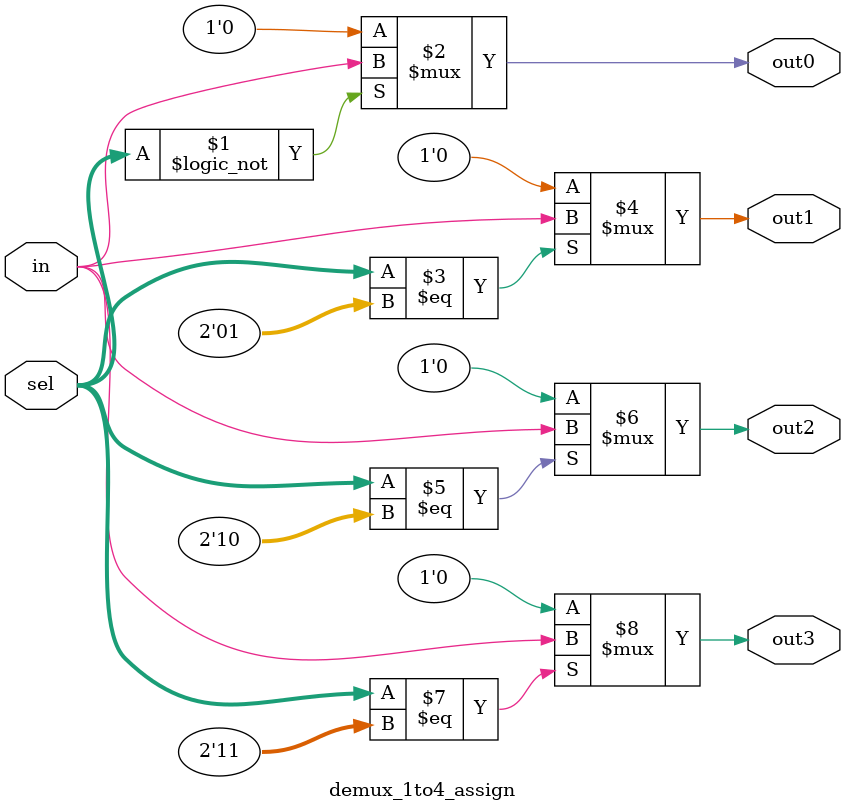
<source format=v>
module demux_1to4_assign (
    input in,           
    input [1:0] sel,    
    output out0,        
    output out1,        
    output out2,        
    output out3         
);

    assign out0 = (sel == 2'b00) ? in : 1'b0;
    assign out1 = (sel == 2'b01) ? in : 1'b0;
    assign out2 = (sel == 2'b10) ? in : 1'b0;
    assign out3 = (sel == 2'b11) ? in : 1'b0;

endmodule
</source>
